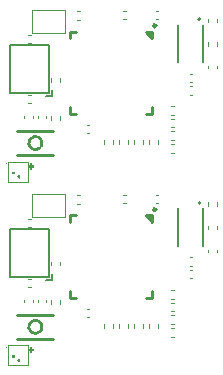
<source format=gto>
G04 #@! TF.GenerationSoftware,KiCad,Pcbnew,7.0.2-6a45011f42~172~ubuntu22.04.1*
G04 #@! TF.CreationDate,2023-05-25T04:58:00+08:00*
G04 #@! TF.ProjectId,panel_2_1,70616e65-6c5f-4325-9f31-2e6b69636164,rev?*
G04 #@! TF.SameCoordinates,Original*
G04 #@! TF.FileFunction,Legend,Top*
G04 #@! TF.FilePolarity,Positive*
%FSLAX46Y46*%
G04 Gerber Fmt 4.6, Leading zero omitted, Abs format (unit mm)*
G04 Created by KiCad (PCBNEW 7.0.2-6a45011f42~172~ubuntu22.04.1) date 2023-05-25 04:58:00*
%MOMM*%
%LPD*%
G01*
G04 APERTURE LIST*
%ADD10C,0.120000*%
%ADD11C,0.100000*%
%ADD12C,0.254000*%
%ADD13C,0.152000*%
%ADD14C,0.200000*%
G04 APERTURE END LIST*
D10*
G04 #@! TO.C,R10*
X37425000Y-31066359D02*
X37425000Y-31373641D01*
X36665000Y-31066359D02*
X36665000Y-31373641D01*
G04 #@! TO.C,C10*
X41387164Y-42040000D02*
X41602836Y-42040000D01*
X41387164Y-42760000D02*
X41602836Y-42760000D01*
D11*
G04 #@! TO.C,U5*
X26007500Y-48430000D02*
X26007500Y-50130000D01*
X26007500Y-50130000D02*
X27707500Y-50130000D01*
X27707500Y-48430000D02*
X26007500Y-48430000D01*
X27707500Y-50130000D02*
X27707500Y-48430000D01*
X25907500Y-48580000D02*
G75*
G03*
X25907500Y-48580000I-50000J0D01*
G01*
D10*
X26907500Y-49780000D02*
X26757500Y-49680000D01*
X26907500Y-49580000D01*
X26907500Y-49780000D01*
G36*
X26907500Y-49780000D02*
G01*
X26757500Y-49680000D01*
X26907500Y-49580000D01*
X26907500Y-49780000D01*
G37*
X28132500Y-48855000D02*
X27682500Y-48855000D01*
X27682500Y-48755000D01*
X28132500Y-48755000D01*
X28132500Y-48855000D01*
G36*
X28132500Y-48855000D02*
G01*
X27682500Y-48855000D01*
X27682500Y-48755000D01*
X28132500Y-48755000D01*
X28132500Y-48855000D01*
G37*
X27957500Y-49030000D02*
X27857500Y-49030000D01*
X27857500Y-48580000D01*
X27957500Y-48580000D01*
X27957500Y-49030000D01*
G36*
X27957500Y-49030000D02*
G01*
X27857500Y-49030000D01*
X27857500Y-48580000D01*
X27957500Y-48580000D01*
X27957500Y-49030000D01*
G37*
X26527500Y-49410000D02*
X26517500Y-49410000D01*
X26357500Y-49410000D01*
X26357500Y-49280000D01*
X26527500Y-49280000D01*
X26527500Y-49410000D01*
G36*
X26527500Y-49410000D02*
G01*
X26517500Y-49410000D01*
X26357500Y-49410000D01*
X26357500Y-49280000D01*
X26527500Y-49280000D01*
X26527500Y-49410000D01*
G37*
G04 #@! TO.C,R5*
X43675000Y-20756359D02*
X43675000Y-21063641D01*
X42915000Y-20756359D02*
X42915000Y-21063641D01*
G04 #@! TO.C,C8*
X39817164Y-31400000D02*
X40032836Y-31400000D01*
X39817164Y-32120000D02*
X40032836Y-32120000D01*
D12*
G04 #@! TO.C,U1*
X38200000Y-21855000D02*
X38200000Y-22424000D01*
X37631000Y-21855000D02*
X38200000Y-21855000D01*
X37631000Y-21855000D02*
X38200000Y-22424000D01*
X31200000Y-21855000D02*
X31769000Y-21855000D01*
X31200000Y-21955000D02*
X31200000Y-21855000D01*
X38200000Y-22114000D02*
X38103000Y-22114000D01*
X38103000Y-22114000D02*
X37844000Y-21855000D01*
X31200000Y-22424000D02*
X31200000Y-21955000D01*
X38200000Y-28286000D02*
X38200000Y-28855000D01*
X38200000Y-28855000D02*
X37631000Y-28855000D01*
X31769000Y-28855000D02*
X31200000Y-28855000D01*
X31200000Y-28855000D02*
X31200000Y-28286000D01*
X38527000Y-21355000D02*
G75*
G03*
X38527000Y-21355000I-127000J0D01*
G01*
D13*
G04 #@! TO.C,U2*
X42496000Y-24418500D02*
X42496000Y-21266500D01*
X40344000Y-21266500D02*
X40344000Y-24418500D01*
D14*
X42282000Y-20810500D02*
G75*
G03*
X42282000Y-20810500I-100000J0D01*
G01*
D10*
G04 #@! TO.C,R1*
X29615000Y-26093641D02*
X29615000Y-25786359D01*
X30375000Y-26093641D02*
X30375000Y-25786359D01*
G04 #@! TO.C,C11*
X38487164Y-35660000D02*
X38702836Y-35660000D01*
X38487164Y-36380000D02*
X38702836Y-36380000D01*
G04 #@! TO.C,R11*
X38705000Y-31066359D02*
X38705000Y-31373641D01*
X37945000Y-31066359D02*
X37945000Y-31373641D01*
D12*
G04 #@! TO.C,U1*
X38200000Y-37415000D02*
X38200000Y-37984000D01*
X37631000Y-37415000D02*
X38200000Y-37415000D01*
X37631000Y-37415000D02*
X38200000Y-37984000D01*
X31200000Y-37415000D02*
X31769000Y-37415000D01*
X31200000Y-37515000D02*
X31200000Y-37415000D01*
X38200000Y-37674000D02*
X38103000Y-37674000D01*
X38103000Y-37674000D02*
X37844000Y-37415000D01*
X31200000Y-37984000D02*
X31200000Y-37515000D01*
X38200000Y-43846000D02*
X38200000Y-44415000D01*
X38200000Y-44415000D02*
X37631000Y-44415000D01*
X31769000Y-44415000D02*
X31200000Y-44415000D01*
X31200000Y-44415000D02*
X31200000Y-43846000D01*
X38527000Y-36915000D02*
G75*
G03*
X38527000Y-36915000I-127000J0D01*
G01*
D10*
G04 #@! TO.C,C1*
X27697164Y-27210000D02*
X27912836Y-27210000D01*
X27697164Y-27930000D02*
X27912836Y-27930000D01*
G04 #@! TO.C,C3*
X27717164Y-37700000D02*
X27932836Y-37700000D01*
X27717164Y-38420000D02*
X27932836Y-38420000D01*
G04 #@! TO.C,C2*
X41387164Y-25420000D02*
X41602836Y-25420000D01*
X41387164Y-26140000D02*
X41602836Y-26140000D01*
D12*
G04 #@! TO.C,SW1*
X26781000Y-45844000D02*
X29829000Y-45844000D01*
X26781000Y-47876000D02*
X29829000Y-47876000D01*
X28813491Y-47114252D02*
G75*
G03*
X28706999Y-47261999I-508491J254252D01*
G01*
D11*
G04 #@! TO.C,U5*
X26007500Y-32870000D02*
X26007500Y-34570000D01*
X26007500Y-34570000D02*
X27707500Y-34570000D01*
X27707500Y-32870000D02*
X26007500Y-32870000D01*
X27707500Y-34570000D02*
X27707500Y-32870000D01*
X25907500Y-33020000D02*
G75*
G03*
X25907500Y-33020000I-50000J0D01*
G01*
D10*
X26907500Y-34220000D02*
X26757500Y-34120000D01*
X26907500Y-34020000D01*
X26907500Y-34220000D01*
G36*
X26907500Y-34220000D02*
G01*
X26757500Y-34120000D01*
X26907500Y-34020000D01*
X26907500Y-34220000D01*
G37*
X28132500Y-33295000D02*
X27682500Y-33295000D01*
X27682500Y-33195000D01*
X28132500Y-33195000D01*
X28132500Y-33295000D01*
G36*
X28132500Y-33295000D02*
G01*
X27682500Y-33295000D01*
X27682500Y-33195000D01*
X28132500Y-33195000D01*
X28132500Y-33295000D01*
G37*
X27957500Y-33470000D02*
X27857500Y-33470000D01*
X27857500Y-33020000D01*
X27957500Y-33020000D01*
X27957500Y-33470000D01*
G36*
X27957500Y-33470000D02*
G01*
X27857500Y-33470000D01*
X27857500Y-33020000D01*
X27957500Y-33020000D01*
X27957500Y-33470000D01*
G37*
X26527500Y-33850000D02*
X26517500Y-33850000D01*
X26357500Y-33850000D01*
X26357500Y-33720000D01*
X26527500Y-33720000D01*
X26527500Y-33850000D01*
G36*
X26527500Y-33850000D02*
G01*
X26517500Y-33850000D01*
X26357500Y-33850000D01*
X26357500Y-33720000D01*
X26527500Y-33720000D01*
X26527500Y-33850000D01*
G37*
G04 #@! TO.C,R9*
X36145000Y-46626359D02*
X36145000Y-46933641D01*
X35385000Y-46626359D02*
X35385000Y-46933641D01*
G04 #@! TO.C,C14*
X43655000Y-24752164D02*
X43655000Y-24967836D01*
X42935000Y-24752164D02*
X42935000Y-24967836D01*
G04 #@! TO.C,C12*
X35722164Y-20105000D02*
X35937836Y-20105000D01*
X35722164Y-20825000D02*
X35937836Y-20825000D01*
G04 #@! TO.C,C13*
X28095000Y-44557164D02*
X28095000Y-44772836D01*
X27375000Y-44557164D02*
X27375000Y-44772836D01*
G04 #@! TO.C,C4*
X29225000Y-44552164D02*
X29225000Y-44767836D01*
X28505000Y-44552164D02*
X28505000Y-44767836D01*
D13*
G04 #@! TO.C,U2*
X42496000Y-39978500D02*
X42496000Y-36826500D01*
X40344000Y-36826500D02*
X40344000Y-39978500D01*
D14*
X42282000Y-36370500D02*
G75*
G03*
X42282000Y-36370500I-100000J0D01*
G01*
D10*
G04 #@! TO.C,C10*
X41387164Y-26480000D02*
X41602836Y-26480000D01*
X41387164Y-27200000D02*
X41602836Y-27200000D01*
G04 #@! TO.C,R8*
X34865000Y-31066359D02*
X34865000Y-31373641D01*
X34105000Y-31066359D02*
X34105000Y-31373641D01*
G04 #@! TO.C,JP1*
X27975000Y-35570000D02*
X30775000Y-35570000D01*
X27975000Y-37570000D02*
X27975000Y-35570000D01*
X30775000Y-35570000D02*
X30775000Y-37570000D01*
X30775000Y-37570000D02*
X27975000Y-37570000D01*
G04 #@! TO.C,R1*
X29615000Y-41653641D02*
X29615000Y-41346359D01*
X30375000Y-41653641D02*
X30375000Y-41346359D01*
G04 #@! TO.C,R10*
X37425000Y-46626359D02*
X37425000Y-46933641D01*
X36665000Y-46626359D02*
X36665000Y-46933641D01*
G04 #@! TO.C,C13*
X28095000Y-28997164D02*
X28095000Y-29212836D01*
X27375000Y-28997164D02*
X27375000Y-29212836D01*
G04 #@! TO.C,R6*
X42915000Y-23048641D02*
X42915000Y-22741359D01*
X43675000Y-23048641D02*
X43675000Y-22741359D01*
G04 #@! TO.C,C3*
X27717164Y-22140000D02*
X27932836Y-22140000D01*
X27717164Y-22860000D02*
X27932836Y-22860000D01*
G04 #@! TO.C,C9*
X39812164Y-30315000D02*
X40027836Y-30315000D01*
X39812164Y-31035000D02*
X40027836Y-31035000D01*
G04 #@! TO.C,R8*
X34865000Y-46626359D02*
X34865000Y-46933641D01*
X34105000Y-46626359D02*
X34105000Y-46933641D01*
G04 #@! TO.C,C8*
X39817164Y-46960000D02*
X40032836Y-46960000D01*
X39817164Y-47680000D02*
X40032836Y-47680000D01*
G04 #@! TO.C,C6*
X40027836Y-29967500D02*
X39812164Y-29967500D01*
X40027836Y-29247500D02*
X39812164Y-29247500D01*
X40027836Y-45527500D02*
X39812164Y-45527500D01*
X40027836Y-44807500D02*
X39812164Y-44807500D01*
G04 #@! TO.C,C5*
X39812164Y-28180000D02*
X40027836Y-28180000D01*
X39812164Y-28900000D02*
X40027836Y-28900000D01*
G04 #@! TO.C,R12*
X31791359Y-35660000D02*
X32098641Y-35660000D01*
X31791359Y-36420000D02*
X32098641Y-36420000D01*
D13*
G04 #@! TO.C,X1*
X29189000Y-27319000D02*
X29697000Y-27319000D01*
X29697000Y-27319000D02*
X29697000Y-26811000D01*
X26141000Y-27062000D02*
X26141000Y-23001000D01*
X29471000Y-27062000D02*
X26141000Y-27062000D01*
X26141000Y-23001000D02*
X27792000Y-23001000D01*
X27792000Y-23001000D02*
X29443000Y-23001000D01*
X29443000Y-23001000D02*
X29471000Y-27062000D01*
X29443000Y-23001000D02*
X29443000Y-23001000D01*
D10*
G04 #@! TO.C,R9*
X36145000Y-31066359D02*
X36145000Y-31373641D01*
X35385000Y-31066359D02*
X35385000Y-31373641D01*
G04 #@! TO.C,R11*
X38705000Y-46626359D02*
X38705000Y-46933641D01*
X37945000Y-46626359D02*
X37945000Y-46933641D01*
G04 #@! TO.C,C14*
X43655000Y-40312164D02*
X43655000Y-40527836D01*
X42935000Y-40312164D02*
X42935000Y-40527836D01*
G04 #@! TO.C,C1*
X27697164Y-42770000D02*
X27912836Y-42770000D01*
X27697164Y-43490000D02*
X27912836Y-43490000D01*
D13*
G04 #@! TO.C,X1*
X29189000Y-42879000D02*
X29697000Y-42879000D01*
X29697000Y-42879000D02*
X29697000Y-42371000D01*
X26141000Y-42622000D02*
X26141000Y-38561000D01*
X29471000Y-42622000D02*
X26141000Y-42622000D01*
X26141000Y-38561000D02*
X27792000Y-38561000D01*
X27792000Y-38561000D02*
X29443000Y-38561000D01*
X29443000Y-38561000D02*
X29471000Y-42622000D01*
X29443000Y-38561000D02*
X29443000Y-38561000D01*
D10*
G04 #@! TO.C,C9*
X39812164Y-45875000D02*
X40027836Y-45875000D01*
X39812164Y-46595000D02*
X40027836Y-46595000D01*
G04 #@! TO.C,C7*
X32852836Y-30470000D02*
X32637164Y-30470000D01*
X32852836Y-29750000D02*
X32637164Y-29750000D01*
X32852836Y-46030000D02*
X32637164Y-46030000D01*
X32852836Y-45310000D02*
X32637164Y-45310000D01*
G04 #@! TO.C,JP1*
X27975000Y-20010000D02*
X30775000Y-20010000D01*
X27975000Y-22010000D02*
X27975000Y-20010000D01*
X30775000Y-20010000D02*
X30775000Y-22010000D01*
X30775000Y-22010000D02*
X27975000Y-22010000D01*
G04 #@! TO.C,R2*
X29645000Y-44913641D02*
X29645000Y-44606359D01*
X30405000Y-44913641D02*
X30405000Y-44606359D01*
G04 #@! TO.C,C12*
X35722164Y-35665000D02*
X35937836Y-35665000D01*
X35722164Y-36385000D02*
X35937836Y-36385000D01*
G04 #@! TO.C,C11*
X38487164Y-20100000D02*
X38702836Y-20100000D01*
X38487164Y-20820000D02*
X38702836Y-20820000D01*
G04 #@! TO.C,C4*
X29225000Y-28992164D02*
X29225000Y-29207836D01*
X28505000Y-28992164D02*
X28505000Y-29207836D01*
G04 #@! TO.C,C5*
X39812164Y-43740000D02*
X40027836Y-43740000D01*
X39812164Y-44460000D02*
X40027836Y-44460000D01*
D12*
G04 #@! TO.C,SW1*
X26781000Y-30284000D02*
X29829000Y-30284000D01*
X26781000Y-32316000D02*
X29829000Y-32316000D01*
X28813491Y-31554252D02*
G75*
G03*
X28706999Y-31701999I-508491J254252D01*
G01*
D10*
G04 #@! TO.C,R2*
X29645000Y-29353641D02*
X29645000Y-29046359D01*
X30405000Y-29353641D02*
X30405000Y-29046359D01*
G04 #@! TO.C,R5*
X43675000Y-36316359D02*
X43675000Y-36623641D01*
X42915000Y-36316359D02*
X42915000Y-36623641D01*
G04 #@! TO.C,R12*
X31791359Y-20100000D02*
X32098641Y-20100000D01*
X31791359Y-20860000D02*
X32098641Y-20860000D01*
G04 #@! TO.C,R6*
X42915000Y-38608641D02*
X42915000Y-38301359D01*
X43675000Y-38608641D02*
X43675000Y-38301359D01*
G04 #@! TO.C,C2*
X41387164Y-40980000D02*
X41602836Y-40980000D01*
X41387164Y-41700000D02*
X41602836Y-41700000D01*
G04 #@! TD*
M02*

</source>
